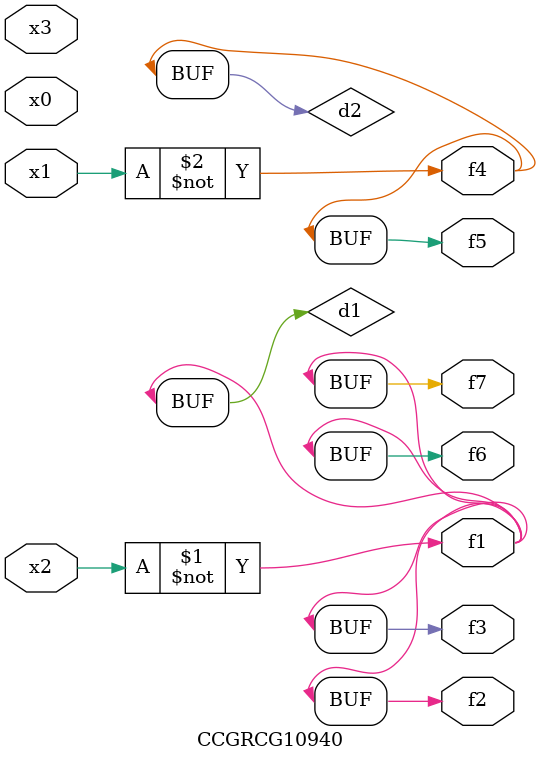
<source format=v>
module CCGRCG10940(
	input x0, x1, x2, x3,
	output f1, f2, f3, f4, f5, f6, f7
);

	wire d1, d2;

	xnor (d1, x2);
	not (d2, x1);
	assign f1 = d1;
	assign f2 = d1;
	assign f3 = d1;
	assign f4 = d2;
	assign f5 = d2;
	assign f6 = d1;
	assign f7 = d1;
endmodule

</source>
